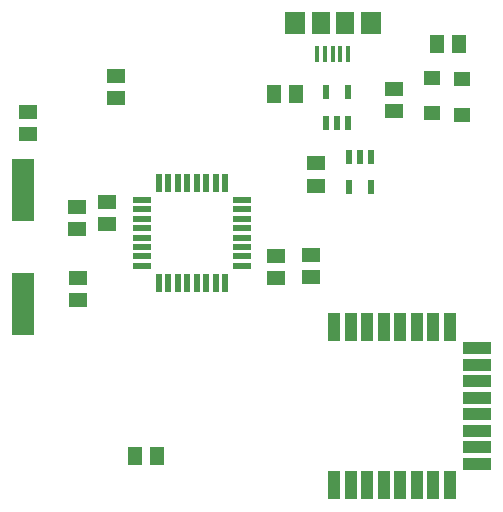
<source format=gbr>
G04 EAGLE Gerber RS-274X export*
G75*
%MOMM*%
%FSLAX34Y34*%
%LPD*%
%INSolderpaste Top*%
%IPPOS*%
%AMOC8*
5,1,8,0,0,1.08239X$1,22.5*%
G01*
%ADD10R,1.500000X1.300000*%
%ADD11R,1.500000X0.600000*%
%ADD12R,0.600000X1.500000*%
%ADD13R,1.930400X5.334000*%
%ADD14R,1.000000X2.450000*%
%ADD15R,2.450000X1.000000*%
%ADD16R,1.300000X1.500000*%
%ADD17R,0.600000X1.200000*%
%ADD18R,0.400000X1.350000*%
%ADD19R,1.500000X1.900000*%
%ADD20R,1.800000X1.900000*%
%ADD21R,0.558800X1.270000*%
%ADD22R,1.400000X1.200000*%


D10*
X78170Y244300D03*
X78170Y263300D03*
X78590Y203130D03*
X78590Y184130D03*
X111230Y355530D03*
X111230Y374530D03*
D11*
X132580Y269320D03*
X132580Y261320D03*
X132580Y253320D03*
X132580Y245320D03*
X132580Y237320D03*
X132580Y229320D03*
X132580Y221320D03*
X132580Y213320D03*
D12*
X147080Y198820D03*
X155080Y198820D03*
X163080Y198820D03*
X171080Y198820D03*
X179080Y198820D03*
X187080Y198820D03*
X195080Y198820D03*
X203080Y198820D03*
D11*
X217580Y213320D03*
X217580Y221320D03*
X217580Y229320D03*
X217580Y237320D03*
X217580Y245320D03*
X217580Y253320D03*
X217580Y261320D03*
X217580Y269320D03*
D12*
X203080Y283820D03*
X195080Y283820D03*
X187080Y283820D03*
X179080Y283820D03*
X171080Y283820D03*
X163080Y283820D03*
X155080Y283820D03*
X147080Y283820D03*
D13*
X32400Y277990D03*
X32400Y181470D03*
D10*
X35900Y343900D03*
X35900Y324900D03*
D14*
X295400Y27550D03*
X309400Y27550D03*
X323400Y27550D03*
X337400Y27550D03*
X351400Y27550D03*
X365400Y27550D03*
X379400Y27550D03*
X393400Y27550D03*
D15*
X416350Y45600D03*
X416350Y59600D03*
X416350Y73600D03*
X416350Y87600D03*
X416350Y101600D03*
X416350Y115600D03*
X416350Y129600D03*
X416350Y143600D03*
D14*
X393400Y161650D03*
X379400Y161650D03*
X365400Y161650D03*
X351400Y161650D03*
X337400Y161650D03*
X323400Y161650D03*
X309400Y161650D03*
X295400Y161650D03*
D16*
X126600Y52200D03*
X145600Y52200D03*
D10*
X103000Y267700D03*
X103000Y248700D03*
X246400Y221700D03*
X246400Y202700D03*
D17*
X327100Y305200D03*
X317600Y305200D03*
X308100Y305200D03*
X308100Y280200D03*
X327100Y280200D03*
D10*
X280500Y281200D03*
X280500Y300200D03*
X275700Y222800D03*
X275700Y203800D03*
D18*
X307300Y392350D03*
X300800Y392350D03*
X294300Y392350D03*
X287800Y392350D03*
X281300Y392350D03*
D19*
X304300Y419100D03*
X284300Y419100D03*
D20*
X326300Y419100D03*
X262300Y419100D03*
D21*
X288202Y334546D03*
X297600Y334546D03*
X306998Y334546D03*
X306998Y360454D03*
X288202Y360454D03*
D10*
X346300Y363200D03*
X346300Y344200D03*
D16*
X263200Y359200D03*
X244200Y359200D03*
D22*
X378000Y372700D03*
X378000Y342700D03*
X404100Y341300D03*
X404100Y371300D03*
D16*
X401200Y400900D03*
X382200Y400900D03*
M02*

</source>
